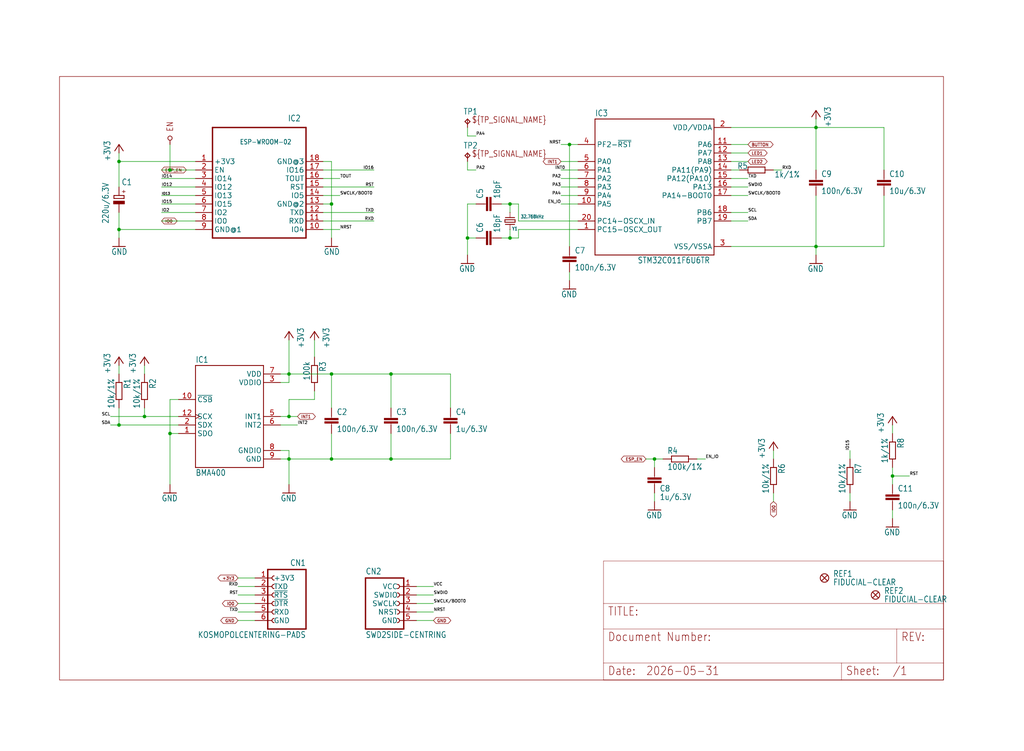
<source format=kicad_sch>
(kicad_sch (version 20250114) (generator "eeschema") (generator_version "9.0")
  (paper "User" 305.994 224.409)
  (lib_symbols
    (symbol "PCB-wPAWS-0.1-eagle-import:+3V3" (power)
      (symbol "+3V3_1_0"
        (polyline (pts (xy 0 0) (xy -1.27 -1.905)) (stroke (width 0.254)))
        (polyline (pts (xy 1.27 -1.905) (xy 0 0)) (stroke (width 0.254)))
        (pin power_in line (at 0 -2.54 90) (length 2.54) (name "+3V3") (number "1"))
      )
    )
    (symbol "PCB-wPAWS-0.1-eagle-import:BMA400"
      (property "Reference" "IC" (at -10.16 16.002 0))
      (symbol "BMA400_1_0"
        (polyline (pts (xy -10.16 15.24) (xy 10.16 15.24)) (stroke (width 0.254)))
        (polyline (pts (xy -10.16 -15.24) (xy -10.16 15.24)) (stroke (width 0.254)))
        (polyline (pts (xy 10.16 15.24) (xy 10.16 -15.24)) (stroke (width 0.254)))
        (polyline (pts (xy 10.16 -15.24) (xy -10.16 -15.24)) (stroke (width 0.254)))
        (pin input line (at -15.24 5.08 0) (length 5.08) (name "~{CSB}") (number "10"))
        (pin input clock (at -15.24 0 0) (length 5.08) (name "SCX") (number "12"))
        (pin bidirectional line (at -15.24 -2.54 0) (length 5.08) (name "SDX") (number "2"))
        (pin bidirectional line (at -15.24 -5.08 0) (length 5.08) (name "SDO") (number "1"))
        (pin power_in line (at 15.24 12.7 180) (length 5.08) (name "VDD") (number "7"))
        (pin power_in line (at 15.24 10.16 180) (length 5.08) (name "VDDIO") (number "3"))
        (pin bidirectional line (at 15.24 0 180) (length 5.08) (name "INT1") (number "5"))
        (pin bidirectional line (at 15.24 -2.54 180) (length 5.08) (name "INT2") (number "6"))
        (pin power_in line (at 15.24 -10.16 180) (length 5.08) (name "GNDIO") (number "8"))
        (pin power_in line (at 15.24 -12.7 180) (length 5.08) (name "GND") (number "9"))
      )
    )
    (symbol "PCB-wPAWS-0.1-eagle-import:C0402"
      (property "Reference" "C" (at 1.524 0.381 0))
      (symbol "C0402_1_0"
        (rectangle (start -2.032 -1.016) (end 2.032 -0.508) (fill (type outline)))
        (rectangle (start -2.032 -2.032) (end 2.032 -1.524) (fill (type outline)))
        (polyline (pts (xy 0 0) (xy 0 -0.508)) (stroke (width 0.1524)))
        (polyline (pts (xy 0 -2.54) (xy 0 -2.032)) (stroke (width 0.1524)))
        (pin passive line (at 0 2.54 270) (length 2.54) (name "1") (number "1"))
        (pin passive line (at 0 -5.08 90) (length 2.54) (name "2") (number "2"))
      )
    )
    (symbol "PCB-wPAWS-0.1-eagle-import:CPOL-EUSMCC"
      (property "Reference" "C" (at 1.143 0.4826 0))
      (symbol "CPOL-EUSMCC_1_0"
        (rectangle (start -1.651 -2.54) (end 1.651 -1.651) (fill (type outline)))
        (polyline (pts (xy -1.524 0) (xy -1.524 -0.889)) (stroke (width 0.254)))
        (polyline (pts (xy -1.524 0) (xy 1.524 0)) (stroke (width 0.254)))
        (polyline (pts (xy -1.524 -0.889) (xy 1.524 -0.889)) (stroke (width 0.254)))
        (polyline (pts (xy 1.524 -0.889) (xy 1.524 0)) (stroke (width 0.254)))
        (text "+" (at -0.5842 0.4064 900) (effects (font (size 1.27 1.0795)) (justify left bottom)))
        (pin passive line (at 0 2.54 270) (length 2.54) (name "+") (number "+"))
        (pin passive line (at 0 -5.08 90) (length 2.54) (name "-") (number "-"))
      )
    )
    (symbol "PCB-wPAWS-0.1-eagle-import:DINA4_L"
      (symbol "DINA4_L_1_0"
        (polyline (pts (xy 0 180.34) (xy 264.16 180.34) (xy 264.16 0) (xy 0 0) (xy 0 180.34)))
      )
      (symbol "DINA4_L_2_0"
        (polyline (pts (xy 0 22.86) (xy 0 35.56)) (stroke (width 0.1016)))
        (polyline (pts (xy 0 22.86) (xy 101.6 22.86)) (stroke (width 0.1016)))
        (polyline (pts (xy 0 15.24) (xy 0 22.86)) (stroke (width 0.1016)))
        (polyline (pts (xy 0 5.08) (xy 0 15.24)) (stroke (width 0.1016)))
        (polyline (pts (xy 0 5.08) (xy 71.12 5.08)) (stroke (width 0.1016)))
        (polyline (pts (xy 0 0) (xy 0 5.08)) (stroke (width 0.1016)))
        (polyline (pts (xy 0 0) (xy 71.12 0)) (stroke (width 0.1016)))
        (polyline (pts (xy 71.12 5.08) (xy 71.12 0)) (stroke (width 0.1016)))
        (polyline (pts (xy 71.12 5.08) (xy 87.63 5.08)) (stroke (width 0.1016)))
        (polyline (pts (xy 71.12 0) (xy 101.6 0)) (stroke (width 0.1016)))
        (polyline (pts (xy 87.63 15.24) (xy 0 15.24)) (stroke (width 0.1016)))
        (polyline (pts (xy 87.63 15.24) (xy 87.63 5.08)) (stroke (width 0.1016)))
        (polyline (pts (xy 87.63 5.08) (xy 101.6 5.08)) (stroke (width 0.1016)))
        (polyline (pts (xy 101.6 35.56) (xy 0 35.56)) (stroke (width 0.1016)))
        (polyline (pts (xy 101.6 35.56) (xy 101.6 22.86)) (stroke (width 0.1016)))
        (polyline (pts (xy 101.6 22.86) (xy 101.6 15.24)) (stroke (width 0.1016)))
        (polyline (pts (xy 101.6 15.24) (xy 87.63 15.24)) (stroke (width 0.1016)))
        (polyline (pts (xy 101.6 15.24) (xy 101.6 5.08)) (stroke (width 0.1016)))
        (polyline (pts (xy 101.6 5.08) (xy 101.6 0)) (stroke (width 0.1016)))
        (text "TITLE:" (at 1.27 19.05 0) (effects (font (size 2.54 2.159)) (justify left bottom)))
        (text "Document Number:" (at 1.27 11.43 0) (effects (font (size 2.54 2.159)) (justify left bottom)))
        (text "Date:" (at 1.27 1.27 0) (effects (font (size 2.54 2.159)) (justify left bottom)))
        (text "${CURRENT_DATE}" (at 12.7 1.27 0) (effects (font (size 2.54 2.159)) (justify left bottom)))
        (text "${PROJECTNAME}" (at 17.78 19.05 0) (effects (font (size 2.54 2.159)) (justify left bottom)))
        (text "Sheet:" (at 72.39 1.27 0) (effects (font (size 2.54 2.159)) (justify left bottom)))
        (text "${#}/${##}" (at 86.36 1.27 0) (effects (font (size 2.54 2.159)) (justify left bottom)))
        (text "REV:" (at 88.9 11.43 0) (effects (font (size 2.54 2.159)) (justify left bottom)))
      )
    )
    (symbol "PCB-wPAWS-0.1-eagle-import:ESP-WROOM-02D-32MBIT"
      (property "Reference" "IC" (at -11.176 22.098 0))
      (symbol "ESP-WROOM-02D-32MBIT_1_0"
        (polyline (pts (xy -12.7 20.32) (xy -12.7 -12.7)) (stroke (width 0.4064)))
        (polyline (pts (xy -12.7 -12.7) (xy 15.24 -12.7)) (stroke (width 0.4064)))
        (polyline (pts (xy 15.24 20.32) (xy -12.7 20.32)) (stroke (width 0.4064)))
        (polyline (pts (xy 15.24 -12.7) (xy 15.24 20.32)) (stroke (width 0.4064)))
        (pin power_in line (at -17.78 10.16 0) (length 5.08) (name "GND@3") (number "18"))
        (pin bidirectional line (at -17.78 7.62 0) (length 5.08) (name "IO16") (number "17"))
        (pin bidirectional line (at -17.78 5.08 0) (length 5.08) (name "TOUT") (number "16"))
        (pin bidirectional line (at -17.78 2.54 0) (length 5.08) (name "RST") (number "15"))
        (pin bidirectional line (at -17.78 0 0) (length 5.08) (name "IO5") (number "14"))
        (pin power_in line (at -17.78 -2.54 0) (length 5.08) (name "GND@2") (number "13"))
        (pin bidirectional line (at -17.78 -5.08 0) (length 5.08) (name "TXD") (number "12"))
        (pin bidirectional line (at -17.78 -7.62 0) (length 5.08) (name "RXD") (number "11"))
        (pin bidirectional line (at -17.78 -10.16 0) (length 5.08) (name "IO4") (number "10"))
        (pin power_in line (at 20.32 10.16 180) (length 5.08) (name "+3V3") (number "1"))
        (pin bidirectional line (at 20.32 7.62 180) (length 5.08) (name "EN") (number "2"))
        (pin bidirectional line (at 20.32 5.08 180) (length 5.08) (name "IO14") (number "3"))
        (pin bidirectional line (at 20.32 2.54 180) (length 5.08) (name "IO12") (number "4"))
        (pin bidirectional line (at 20.32 0 180) (length 5.08) (name "IO13") (number "5"))
        (pin bidirectional line (at 20.32 -2.54 180) (length 5.08) (name "IO15") (number "6"))
        (pin bidirectional line (at 20.32 -5.08 180) (length 5.08) (name "IO2") (number "7"))
        (pin bidirectional line (at 20.32 -7.62 180) (length 5.08) (name "IO0") (number "8"))
        (pin power_in line (at 20.32 -10.16 180) (length 5.08) (name "GND@1") (number "9"))
      )
    )
    (symbol "PCB-wPAWS-0.1-eagle-import:FIDUCIAL-CLEAR"
      (property "Reference" "REF" (at 2.54 1.27 0))
      (symbol "FIDUCIAL-CLEAR_1_0"
        (polyline (pts (xy -0.762 0.762) (xy 0.762 -0.762)) (stroke (width 0.254)))
        (circle (center 0 0) (radius 1.27) (stroke (width 0.254)))
        (polyline (pts (xy 0.762 0.762) (xy -0.762 -0.762)) (stroke (width 0.254)))
      )
    )
    (symbol "PCB-wPAWS-0.1-eagle-import:GND" (power)
      (symbol "GND_1_0"
        (polyline (pts (xy -1.905 0) (xy 1.905 0)) (stroke (width 0.254)))
        (pin power_in line (at 0 2.54 270) (length 2.54) (name "GND") (number "1"))
      )
    )
    (symbol "PCB-wPAWS-0.1-eagle-import:KOSMOPOLCENTERING-PADS"
      (property "Reference" "CN" (at -5.08 11.176 0))
      (symbol "KOSMOPOLCENTERING-PADS_1_0"
        (polyline (pts (xy -5.08 -7.62) (xy -5.08 10.16)) (stroke (width 0.4064)))
        (polyline (pts (xy -5.08 -7.62) (xy 6.35 -7.62)) (stroke (width 0.4064)))
        (arc (start 4.445 8.255) (mid 5.08 7.62) (end 4.445 6.985) (stroke (width 0.254)))
        (arc (start 4.445 5.715) (mid 5.08 5.08) (end 4.445 4.445) (stroke (width 0.254)))
        (arc (start 4.445 3.175) (mid 5.08 2.54) (end 4.445 1.905) (stroke (width 0.254)))
        (arc (start 4.445 0.635) (mid 5.08 0) (end 4.445 -0.635) (stroke (width 0.254)))
        (arc (start 4.445 -1.905) (mid 5.08 -2.54) (end 4.445 -3.175) (stroke (width 0.254)))
        (arc (start 4.445 -4.445) (mid 5.08 -5.08) (end 4.445 -5.715) (stroke (width 0.254)))
        (polyline (pts (xy 6.35 10.16) (xy -5.08 10.16)) (stroke (width 0.4064)))
        (polyline (pts (xy 6.35 10.16) (xy 6.35 -7.62)) (stroke (width 0.4064)))
        (pin power_in line (at 10.16 7.62 180) (length 5.08) (name "+3V3") (number "1"))
        (pin output line (at 10.16 5.08 180) (length 5.08) (name "TXD") (number "2"))
        (pin output line (at 10.16 2.54 180) (length 5.08) (name "~{RTS}") (number "3"))
        (pin output line (at 10.16 0 180) (length 5.08) (name "~{DTR}") (number "4"))
        (pin input line (at 10.16 -2.54 180) (length 5.08) (name "RXD") (number "5"))
        (pin power_in line (at 10.16 -5.08 180) (length 5.08) (name "GND") (number "6"))
      )
    )
    (symbol "PCB-wPAWS-0.1-eagle-import:PINHD-1X1"
      (symbol "PINHD-1X1_1_0"
        (text "${TP_SIGNAL_NAME}" (at 1.27 0 0) (effects (font (size 1.778 1.5113)) (justify left)))
        (pin passive inverted (at -2.54 0 0) (length 2.54) (name "1") (number "1"))
      )
    )
    (symbol "PCB-wPAWS-0.1-eagle-import:STM32C011F6U6TR"
      (property "Reference" "IC" (at -17.78 21.082 0))
      (symbol "STM32C011F6U6TR_1_0"
        (polyline (pts (xy -17.78 20.32) (xy -17.78 -20.32)) (stroke (width 0.254)))
        (polyline (pts (xy -17.78 -20.32) (xy 17.78 -20.32)) (stroke (width 0.254)))
        (polyline (pts (xy 17.78 20.32) (xy -17.78 20.32)) (stroke (width 0.254)))
        (polyline (pts (xy 17.78 -20.32) (xy 17.78 20.32)) (stroke (width 0.254)))
        (pin bidirectional line (at -22.86 12.7 0) (length 5.08) (name "PF2-~{RST}") (number "4"))
        (pin bidirectional line (at -22.86 7.62 0) (length 5.08) (name "PA0") (number "5"))
        (pin bidirectional line (at -22.86 5.08 0) (length 5.08) (name "PA1") (number "6"))
        (pin bidirectional line (at -22.86 2.54 0) (length 5.08) (name "PA2") (number "7"))
        (pin bidirectional line (at -22.86 0 0) (length 5.08) (name "PA3") (number "8"))
        (pin bidirectional line (at -22.86 -2.54 0) (length 5.08) (name "PA4") (number "9"))
        (pin bidirectional line (at -22.86 -5.08 0) (length 5.08) (name "PA5") (number "10"))
        (pin bidirectional line (at -22.86 -10.16 0) (length 5.08) (name "PC14-OSCX_IN") (number "20"))
        (pin bidirectional line (at -22.86 -12.7 0) (length 5.08) (name "PC15-OSCX_OUT") (number "1"))
        (pin power_in line (at 22.86 17.78 180) (length 5.08) (name "VDD/VDDA") (number "2"))
        (pin bidirectional line (at 22.86 12.7 180) (length 5.08) (name "PA6") (number "11"))
        (pin bidirectional line (at 22.86 10.16 180) (length 5.08) (name "PA7") (number "12"))
        (pin bidirectional line (at 22.86 7.62 180) (length 5.08) (name "PA8") (number "13"))
        (pin bidirectional line (at 22.86 5.08 180) (length 5.08) (name "PA11(PA9)") (number "14"))
        (pin bidirectional line (at 22.86 2.54 180) (length 5.08) (name "PA12(PA10)") (number "15"))
        (pin bidirectional line (at 22.86 0 180) (length 5.08) (name "PA13") (number "16"))
        (pin bidirectional line (at 22.86 -2.54 180) (length 5.08) (name "PA14-BOOT0") (number "17"))
        (pin bidirectional line (at 22.86 -7.62 180) (length 5.08) (name "PB6") (number "18"))
        (pin bidirectional line (at 22.86 -10.16 180) (length 5.08) (name "PB7") (number "19"))
        (pin power_in line (at 22.86 -17.78 180) (length 5.08) (name "VSS/VSSA") (number "3"))
      )
    )
    (symbol "PCB-wPAWS-0.1-eagle-import:SWD2SIDE-CENTRING"
      (property "Reference" "CN" (at -5.08 8.636 0))
      (symbol "SWD2SIDE-CENTRING_1_0"
        (polyline (pts (xy -5.08 -7.62) (xy -5.08 7.62)) (stroke (width 0.4064)))
        (polyline (pts (xy -5.08 -7.62) (xy 6.35 -7.62)) (stroke (width 0.4064)))
        (arc (start 4.445 5.715) (mid 5.08 5.08) (end 4.445 4.445) (stroke (width 0.254)))
        (arc (start 4.445 3.175) (mid 5.08 2.54) (end 4.445 1.905) (stroke (width 0.254)))
        (arc (start 4.445 0.635) (mid 5.08 0) (end 4.445 -0.635) (stroke (width 0.254)))
        (arc (start 4.445 -1.905) (mid 5.08 -2.54) (end 4.445 -3.175) (stroke (width 0.254)))
        (arc (start 4.445 -4.445) (mid 5.08 -5.08) (end 4.445 -5.715) (stroke (width 0.254)))
        (polyline (pts (xy 6.35 7.62) (xy -5.08 7.62)) (stroke (width 0.4064)))
        (polyline (pts (xy 6.35 7.62) (xy 6.35 -7.62)) (stroke (width 0.4064)))
        (pin power_in line (at 10.16 5.08 180) (length 5.08) (name "VCC") (number "1"))
        (pin output line (at 10.16 2.54 180) (length 5.08) (name "SWDIO") (number "2"))
        (pin output line (at 10.16 0 180) (length 5.08) (name "SWCLK") (number "3"))
        (pin output line (at 10.16 -2.54 180) (length 5.08) (name "NRST") (number "4"))
        (pin power_in line (at 10.16 -5.08 180) (length 5.08) (name "GND") (number "5"))
      )
    )
    (symbol "PCB-wPAWS-0.1-eagle-import:TPB1,27"
      (property "Reference" "TP" (at -1.27 1.27 0))
      (symbol "TPB1,27_1_0"
        (polyline (pts (xy -0.762 -0.762) (xy 0 0)) (stroke (width 0.254)))
        (polyline (pts (xy 0 0) (xy 0.762 -0.762)) (stroke (width 0.254)))
        (polyline (pts (xy 0 -1.524) (xy -0.762 -0.762)) (stroke (width 0.254)))
        (polyline (pts (xy 0.762 -0.762) (xy 0 -1.524)) (stroke (width 0.254)))
        (text "${TP_SIGNAL_NAME}" (at 1.27 -1.27 0) (effects (font (size 1.778 1.5113)) (justify left bottom)))
        (pin input line (at 0 -2.54 90) (length 2.54) (name "TP") (number "TP"))
      )
    )
    (symbol "PCB-wPAWS-0.1-eagle-import:WE-XTAL_CFPX-217"
      (property "Reference" "Y" (at -0.16 2.516 0))
      (symbol "WE-XTAL_CFPX-217_1_0"
        (polyline (pts (xy -2.54 0) (xy -1.016 0)) (stroke (width 0.1524)))
        (polyline (pts (xy -1.016 1.378) (xy -1.016 -1.378)) (stroke (width 0.254)))
        (polyline (pts (xy -0.381 1.524) (xy -0.381 -1.524)) (stroke (width 0.254)))
        (polyline (pts (xy -0.381 -1.524) (xy 0.381 -1.524)) (stroke (width 0.254)))
        (polyline (pts (xy 0.381 1.524) (xy -0.381 1.524)) (stroke (width 0.254)))
        (polyline (pts (xy 0.381 -1.524) (xy 0.381 1.524)) (stroke (width 0.254)))
        (polyline (pts (xy 1.016 1.378) (xy 1.016 -1.378)) (stroke (width 0.254)))
        (polyline (pts (xy 1.016 0) (xy 2.54 0)) (stroke (width 0.1524)))
        (pin passive line (at -2.54 0 0) (length 0) (name "1") (number "1"))
        (pin passive line (at 2.54 0 180) (length 0) (name "2") (number "2"))
      )
    )
    (symbol "PCB-wPAWS-0.1-eagle-import:blebox-rcl_33525614_R0402"
      (property "Reference" "R" (at -3.81 1.4986 0))
      (symbol "blebox-rcl_33525614_R0402_1_0"
        (polyline (pts (xy -2.54 -0.889) (xy -2.54 0.889)) (stroke (width 0.254)))
        (polyline (pts (xy -2.54 -0.889) (xy 2.54 -0.889)) (stroke (width 0.254)))
        (polyline (pts (xy 2.54 0.889) (xy -2.54 0.889)) (stroke (width 0.254)))
        (polyline (pts (xy 2.54 -0.889) (xy 2.54 0.889)) (stroke (width 0.254)))
        (pin passive line (at -5.08 0 0) (length 2.54) (name "1") (number "1"))
        (pin passive line (at 5.08 0 180) (length 2.54) (name "2") (number "2"))
      )
    )
  )
  (text "${PROJECTNAME}" (at 185.42 172.72 0) (effects (font (size 3.81 3.2385)) (justify left top)))
  (junction (at 99.06 137.16))
  (junction (at 43.18 124.46))
  (junction (at 116.84 137.16))
  (junction (at 170.18 43.18))
  (junction (at 86.36 111.76))
  (junction (at 35.56 127))
  (junction (at 139.7 71.12))
  (junction (at 99.06 111.76))
  (junction (at 50.8 50.8))
  (junction (at 152.4 71.12))
  (junction (at 243.84 38.1))
  (junction (at 86.36 124.46))
  (junction (at 99.06 60.96))
  (junction (at 243.84 73.66))
  (junction (at 116.84 111.76))
  (junction (at 195.58 137.16))
  (junction (at 152.4 60.96))
  (junction (at 35.56 48.26))
  (junction (at 86.36 137.16))
  (junction (at 50.8 129.54))
  (junction (at 35.56 68.58))
  (junction (at 266.7 142.24))
  (wire (pts (xy 83.82 111.76) (xy 86.36 111.76)) (stroke (width 0.1524)))
  (wire (pts (xy 116.84 111.76) (xy 134.62 111.76)) (stroke (width 0.1524)))
  (wire (pts (xy 233.68 50.8) (xy 231.14 50.8)) (stroke (width 0.1524)))
  (wire (pts (xy 124.46 182.88) (xy 129.54 182.88)) (stroke (width 0.1524)))
  (wire (pts (xy 58.42 66.04) (xy 48.26 66.04)) (stroke (width 0.1524)))
  (wire (pts (xy 208.28 137.16) (xy 210.82 137.16)) (stroke (width 0.1524)))
  (wire (pts (xy 58.42 55.88) (xy 48.26 55.88)) (stroke (width 0.1524)))
  (wire (pts (xy 172.72 53.34) (xy 167.64 53.34)) (stroke (width 0.1524)))
  (wire (pts (xy 218.44 63.5) (xy 223.52 63.5)) (stroke (width 0.1524)))
  (wire (pts (xy 96.52 63.5) (xy 111.76 63.5)) (stroke (width 0.1524)))
  (wire (pts (xy 83.82 137.16) (xy 86.36 137.16)) (stroke (width 0.1524)))
  (wire (pts (xy 218.44 66.04) (xy 223.52 66.04)) (stroke (width 0.1524)))
  (wire (pts (xy 93.98 119.38) (xy 93.98 116.84)) (stroke (width 0.1524)))
  (wire (pts (xy 170.18 43.18) (xy 167.64 43.18)) (stroke (width 0.1524)))
  (wire (pts (xy 116.84 129.54) (xy 116.84 137.16)) (stroke (width 0.1524)))
  (wire (pts (xy 134.62 137.16) (xy 116.84 137.16)) (stroke (width 0.1524)))
  (wire (pts (xy 93.98 106.68) (xy 93.98 101.6)) (stroke (width 0.1524)))
  (wire (pts (xy 218.44 53.34) (xy 223.52 53.34)) (stroke (width 0.1524)))
  (wire (pts (xy 116.84 137.16) (xy 99.06 137.16)) (stroke (width 0.1524)))
  (wire (pts (xy 139.7 48.26) (xy 139.7 50.8)) (stroke (width 0.1524)))
  (wire (pts (xy 58.42 63.5) (xy 48.26 63.5)) (stroke (width 0.1524)))
  (wire (pts (xy 86.36 119.38) (xy 93.98 119.38)) (stroke (width 0.1524)))
  (wire (pts (xy 99.06 48.26) (xy 99.06 60.96)) (stroke (width 0.1524)))
  (wire (pts (xy 35.56 109.22) (xy 35.56 111.76)) (stroke (width 0.1524)))
  (wire (pts (xy 154.94 66.04) (xy 154.94 60.96)) (stroke (width 0.1524)))
  (wire (pts (xy 86.36 124.46) (xy 88.9 124.46)) (stroke (width 0.1524)))
  (wire (pts (xy 99.06 60.96) (xy 99.06 71.12)) (stroke (width 0.1524)))
  (wire (pts (xy 35.56 68.58) (xy 58.42 68.58)) (stroke (width 0.1524)))
  (wire (pts (xy 231.14 134.62) (xy 231.14 137.16)) (stroke (width 0.1524)))
  (wire (pts (xy 71.12 177.8) (xy 76.2 177.8)) (stroke (width 0.1524)))
  (wire (pts (xy 266.7 139.7) (xy 266.7 142.24)) (stroke (width 0.1524)))
  (wire (pts (xy 86.36 137.16) (xy 86.36 144.78)) (stroke (width 0.1524)))
  (wire (pts (xy 35.56 55.88) (xy 35.56 48.26)) (stroke (width 0.1524)))
  (wire (pts (xy 116.84 121.92) (xy 116.84 111.76)) (stroke (width 0.1524)))
  (wire (pts (xy 152.4 68.58) (xy 152.4 71.12)) (stroke (width 0.1524)))
  (wire (pts (xy 172.72 58.42) (xy 167.64 58.42)) (stroke (width 0.1524)))
  (wire (pts (xy 142.24 40.64) (xy 139.7 40.64)) (stroke (width 0.1524)))
  (wire (pts (xy 58.42 48.26) (xy 35.56 48.26)) (stroke (width 0.1524)))
  (wire (pts (xy 71.12 172.72) (xy 76.2 172.72)) (stroke (width 0.1524)))
  (wire (pts (xy 124.46 175.26) (xy 129.54 175.26)) (stroke (width 0.1524)))
  (wire (pts (xy 243.84 73.66) (xy 243.84 76.2)) (stroke (width 0.1524)))
  (wire (pts (xy 83.82 134.62) (xy 86.36 134.62)) (stroke (width 0.1524)))
  (wire (pts (xy 96.52 55.88) (xy 111.76 55.88)) (stroke (width 0.1524)))
  (wire (pts (xy 86.36 124.46) (xy 86.36 119.38)) (stroke (width 0.1524)))
  (wire (pts (xy 35.56 68.58) (xy 35.56 63.5)) (stroke (width 0.1524)))
  (wire (pts (xy 83.82 114.3) (xy 86.36 114.3)) (stroke (width 0.1524)))
  (wire (pts (xy 266.7 154.94) (xy 266.7 152.4)) (stroke (width 0.1524)))
  (wire (pts (xy 124.46 185.42) (xy 129.54 185.42)) (stroke (width 0.1524)))
  (wire (pts (xy 43.18 109.22) (xy 43.18 111.76)) (stroke (width 0.1524)))
  (wire (pts (xy 71.12 185.42) (xy 76.2 185.42)) (stroke (width 0.1524)))
  (wire (pts (xy 243.84 38.1) (xy 243.84 50.8)) (stroke (width 0.1524)))
  (wire (pts (xy 50.8 50.8) (xy 48.26 50.8)) (stroke (width 0.1524)))
  (wire (pts (xy 35.56 121.92) (xy 35.56 127)) (stroke (width 0.1524)))
  (wire (pts (xy 152.4 71.12) (xy 154.94 71.12)) (stroke (width 0.1524)))
  (wire (pts (xy 266.7 142.24) (xy 266.7 144.78)) (stroke (width 0.1524)))
  (wire (pts (xy 96.52 66.04) (xy 111.76 66.04)) (stroke (width 0.1524)))
  (wire (pts (xy 53.34 119.38) (xy 50.8 119.38)) (stroke (width 0.1524)))
  (wire (pts (xy 83.82 124.46) (xy 86.36 124.46)) (stroke (width 0.1524)))
  (wire (pts (xy 172.72 48.26) (xy 167.64 48.26)) (stroke (width 0.1524)))
  (wire (pts (xy 243.84 73.66) (xy 264.16 73.66)) (stroke (width 0.1524)))
  (wire (pts (xy 86.36 137.16) (xy 86.36 134.62)) (stroke (width 0.1524)))
  (wire (pts (xy 53.34 124.46) (xy 43.18 124.46)) (stroke (width 0.1524)))
  (wire (pts (xy 134.62 129.54) (xy 134.62 137.16)) (stroke (width 0.1524)))
  (wire (pts (xy 172.72 50.8) (xy 167.64 50.8)) (stroke (width 0.1524)))
  (wire (pts (xy 172.72 43.18) (xy 170.18 43.18)) (stroke (width 0.1524)))
  (wire (pts (xy 243.84 38.1) (xy 218.44 38.1)) (stroke (width 0.1524)))
  (wire (pts (xy 195.58 139.7) (xy 195.58 137.16)) (stroke (width 0.1524)))
  (wire (pts (xy 142.24 60.96) (xy 139.7 60.96)) (stroke (width 0.1524)))
  (wire (pts (xy 142.24 50.8) (xy 139.7 50.8)) (stroke (width 0.1524)))
  (wire (pts (xy 96.52 50.8) (xy 111.76 50.8)) (stroke (width 0.1524)))
  (wire (pts (xy 134.62 111.76) (xy 134.62 121.92)) (stroke (width 0.1524)))
  (wire (pts (xy 35.56 127) (xy 33.02 127)) (stroke (width 0.1524)))
  (wire (pts (xy 83.82 127) (xy 88.9 127)) (stroke (width 0.1524)))
  (wire (pts (xy 266.7 127) (xy 266.7 129.54)) (stroke (width 0.1524)))
  (wire (pts (xy 86.36 111.76) (xy 99.06 111.76)) (stroke (width 0.1524)))
  (wire (pts (xy 218.44 43.18) (xy 223.52 43.18)) (stroke (width 0.1524)))
  (wire (pts (xy 266.7 142.24) (xy 271.78 142.24)) (stroke (width 0.1524)))
  (wire (pts (xy 96.52 60.96) (xy 99.06 60.96)) (stroke (width 0.1524)))
  (wire (pts (xy 218.44 73.66) (xy 243.84 73.66)) (stroke (width 0.1524)))
  (wire (pts (xy 53.34 129.54) (xy 50.8 129.54)) (stroke (width 0.1524)))
  (wire (pts (xy 99.06 137.16) (xy 86.36 137.16)) (stroke (width 0.1524)))
  (wire (pts (xy 142.24 71.12) (xy 139.7 71.12)) (stroke (width 0.1524)))
  (wire (pts (xy 172.72 66.04) (xy 154.94 66.04)) (stroke (width 0.1524)))
  (wire (pts (xy 139.7 38.1) (xy 139.7 40.64)) (stroke (width 0.1524)))
  (wire (pts (xy 58.42 60.96) (xy 48.26 60.96)) (stroke (width 0.1524)))
  (wire (pts (xy 152.4 60.96) (xy 152.4 63.5)) (stroke (width 0.1524)))
  (wire (pts (xy 96.52 68.58) (xy 101.6 68.58)) (stroke (width 0.1524)))
  (wire (pts (xy 99.06 111.76) (xy 99.06 121.92)) (stroke (width 0.1524)))
  (wire (pts (xy 139.7 71.12) (xy 139.7 76.2)) (stroke (width 0.1524)))
  (wire (pts (xy 218.44 45.72) (xy 223.52 45.72)) (stroke (width 0.1524)))
  (wire (pts (xy 254 149.86) (xy 254 147.32)) (stroke (width 0.1524)))
  (wire (pts (xy 86.36 114.3) (xy 86.36 111.76)) (stroke (width 0.1524)))
  (wire (pts (xy 71.12 180.34) (xy 76.2 180.34)) (stroke (width 0.1524)))
  (wire (pts (xy 218.44 55.88) (xy 223.52 55.88)) (stroke (width 0.1524)))
  (wire (pts (xy 58.42 50.8) (xy 50.8 50.8)) (stroke (width 0.1524)))
  (wire (pts (xy 154.94 68.58) (xy 172.72 68.58)) (stroke (width 0.1524)))
  (wire (pts (xy 53.34 127) (xy 35.56 127)) (stroke (width 0.1524)))
  (wire (pts (xy 218.44 58.42) (xy 223.52 58.42)) (stroke (width 0.1524)))
  (wire (pts (xy 195.58 149.86) (xy 195.58 147.32)) (stroke (width 0.1524)))
  (wire (pts (xy 220.98 50.8) (xy 218.44 50.8)) (stroke (width 0.1524)))
  (wire (pts (xy 243.84 58.42) (xy 243.84 73.66)) (stroke (width 0.1524)))
  (wire (pts (xy 193.04 137.16) (xy 195.58 137.16)) (stroke (width 0.1524)))
  (wire (pts (xy 170.18 43.18) (xy 170.18 73.66)) (stroke (width 0.1524)))
  (wire (pts (xy 50.8 129.54) (xy 50.8 144.78)) (stroke (width 0.1524)))
  (wire (pts (xy 71.12 182.88) (xy 76.2 182.88)) (stroke (width 0.1524)))
  (wire (pts (xy 96.52 53.34) (xy 101.6 53.34)) (stroke (width 0.1524)))
  (wire (pts (xy 195.58 137.16) (xy 198.12 137.16)) (stroke (width 0.1524)))
  (wire (pts (xy 86.36 111.76) (xy 86.36 101.6)) (stroke (width 0.1524)))
  (wire (pts (xy 58.42 58.42) (xy 48.26 58.42)) (stroke (width 0.1524)))
  (wire (pts (xy 99.06 111.76) (xy 116.84 111.76)) (stroke (width 0.1524)))
  (wire (pts (xy 71.12 175.26) (xy 76.2 175.26)) (stroke (width 0.1524)))
  (wire (pts (xy 231.14 147.32) (xy 231.14 149.86)) (stroke (width 0.1524)))
  (wire (pts (xy 99.06 129.54) (xy 99.06 137.16)) (stroke (width 0.1524)))
  (wire (pts (xy 99.06 48.26) (xy 96.52 48.26)) (stroke (width 0.1524)))
  (wire (pts (xy 170.18 83.82) (xy 170.18 81.28)) (stroke (width 0.1524)))
  (wire (pts (xy 124.46 177.8) (xy 129.54 177.8)) (stroke (width 0.1524)))
  (wire (pts (xy 172.72 60.96) (xy 167.64 60.96)) (stroke (width 0.1524)))
  (wire (pts (xy 50.8 119.38) (xy 50.8 129.54)) (stroke (width 0.1524)))
  (wire (pts (xy 254 137.16) (xy 254 134.62)) (stroke (width 0.1524)))
  (wire (pts (xy 154.94 60.96) (xy 152.4 60.96)) (stroke (width 0.1524)))
  (wire (pts (xy 172.72 55.88) (xy 167.64 55.88)) (stroke (width 0.1524)))
  (wire (pts (xy 152.4 60.96) (xy 149.86 60.96)) (stroke (width 0.1524)))
  (wire (pts (xy 264.16 50.8) (xy 264.16 38.1)) (stroke (width 0.1524)))
  (wire (pts (xy 35.56 48.26) (xy 35.56 45.72)) (stroke (width 0.1524)))
  (wire (pts (xy 35.56 68.58) (xy 35.56 71.12)) (stroke (width 0.1524)))
  (wire (pts (xy 243.84 38.1) (xy 243.84 35.56)) (stroke (width 0.1524)))
  (wire (pts (xy 43.18 124.46) (xy 33.02 124.46)) (stroke (width 0.1524)))
  (wire (pts (xy 154.94 71.12) (xy 154.94 68.58)) (stroke (width 0.1524)))
  (wire (pts (xy 96.52 58.42) (xy 101.6 58.42)) (stroke (width 0.1524)))
  (wire (pts (xy 264.16 38.1) (xy 243.84 38.1)) (stroke (width 0.1524)))
  (wire (pts (xy 43.18 121.92) (xy 43.18 124.46)) (stroke (width 0.1524)))
  (wire (pts (xy 139.7 60.96) (xy 139.7 71.12)) (stroke (width 0.1524)))
  (wire (pts (xy 58.42 53.34) (xy 48.26 53.34)) (stroke (width 0.1524)))
  (wire (pts (xy 50.8 43.18) (xy 50.8 50.8)) (stroke (width 0.1524)))
  (wire (pts (xy 124.46 180.34) (xy 129.54 180.34)) (stroke (width 0.1524)))
  (wire (pts (xy 264.16 73.66) (xy 264.16 58.42)) (stroke (width 0.1524)))
  (wire (pts (xy 218.44 48.26) (xy 223.52 48.26)) (stroke (width 0.1524)))
  (wire (pts (xy 152.4 71.12) (xy 149.86 71.12)) (stroke (width 0.1524)))
  (label "SWCLK/BOOT0" (at 101.6 58.42 0) (effects (font (size 0.889 0.889))))
  (label "RXD" (at 71.12 175.26 180) (effects (font (size 0.889 0.889))))
  (label "SCL" (at 223.52 63.5 0) (effects (font (size 0.889 0.889))))
  (label "RXD" (at 233.68 50.8 0) (effects (font (size 0.889 0.889))))
  (label "TXD" (at 111.76 63.5 180) (effects (font (size 0.889 0.889))))
  (label "RST" (at 271.78 142.24 0) (effects (font (size 0.889 0.889))))
  (label "IO14" (at 48.26 53.34 0) (effects (font (size 0.889 0.889))))
  (label "PA3" (at 167.64 55.88 180) (effects (font (size 0.889 0.889))))
  (label "SDA" (at 33.02 127 180) (effects (font (size 0.889 0.889))))
  (label "SWDIO" (at 129.54 177.8 0) (effects (font (size 0.889 0.889))))
  (label "SWCLK/BOOT0" (at 223.52 58.42 0) (effects (font (size 0.889 0.889))))
  (label "INT2" (at 88.9 127 0) (effects (font (size 0.889 0.889))))
  (label "TXD" (at 223.52 53.34 0) (effects (font (size 0.889 0.889))))
  (label "IO12" (at 48.26 55.88 0) (effects (font (size 0.889 0.889))))
  (label "IO15" (at 254 134.62 90) (effects (font (size 0.889 0.889))))
  (label "PA4" (at 142.24 40.64 0) (effects (font (size 0.889 0.889))))
  (label "EN_IO" (at 210.82 137.16 0) (effects (font (size 0.889 0.889))))
  (label "RXD" (at 111.76 66.04 180) (effects (font (size 0.889 0.889))))
  (label "TOUT" (at 101.6 53.34 0) (effects (font (size 0.889 0.889))))
  (label "IO15" (at 48.26 60.96 0) (effects (font (size 0.889 0.889))))
  (label "PA2" (at 167.64 53.34 180) (effects (font (size 0.889 0.889))))
  (label "RST" (at 111.76 55.88 180) (effects (font (size 0.889 0.889))))
  (label "IO2" (at 48.26 63.5 0) (effects (font (size 0.889 0.889))))
  (label "SWCLK/BOOT0" (at 129.54 180.34 0) (effects (font (size 0.889 0.889))))
  (label "NRST" (at 101.6 68.58 0) (effects (font (size 0.889 0.889))))
  (label "RST" (at 71.12 177.8 180) (effects (font (size 0.889 0.889))))
  (label "NRST" (at 167.64 43.18 180) (effects (font (size 0.889 0.889))))
  (label "SWDIO" (at 223.52 55.88 0) (effects (font (size 0.889 0.889))))
  (label "SCL" (at 33.02 124.46 180) (effects (font (size 0.889 0.889))))
  (label "PA2" (at 142.24 50.8 0) (effects (font (size 0.889 0.889))))
  (label "NRST" (at 129.54 182.88 0) (effects (font (size 0.889 0.889))))
  (label "VCC" (at 129.54 175.26 0) (effects (font (size 0.889 0.889))))
  (label "PA4" (at 167.64 58.42 180) (effects (font (size 0.889 0.889))))
  (label "TXD" (at 71.12 182.88 180) (effects (font (size 0.889 0.889))))
  (label "EN_IO" (at 167.64 60.96 180) (effects (font (size 0.889 0.889))))
  (label "IO16" (at 111.76 50.8 180) (effects (font (size 0.889 0.889))))
  (label "SDA" (at 223.52 66.04 0) (effects (font (size 0.889 0.889))))
  (label "INT0" (at 168.91 50.8 180) (effects (font (size 0.889 0.889))))
  (label "IO13" (at 48.26 58.42 0) (effects (font (size 0.7112 0.7112))))
  (global_label "IO0" (shape bidirectional) (at 231.14 149.86 270) (effects (font (size 0.889 0.889))) (property "Intersheetrefs" "${INTERSHEET_REFS}" (effects (hide yes))))
  (global_label "ESP_EN" (shape bidirectional) (at 193.04 137.16 180) (effects (font (size 0.889 0.889))) (property "Intersheetrefs" "${INTERSHEET_REFS}" (effects (hide yes))))
  (global_label "ESP_EN" (shape bidirectional) (at 48.26 50.8 0) (effects (font (size 0.889 0.889))) (property "Intersheetrefs" "${INTERSHEET_REFS}" (effects (hide yes))))
  (global_label "INT1" (shape bidirectional) (at 167.64 48.26 180) (effects (font (size 0.889 0.889))) (property "Intersheetrefs" "${INTERSHEET_REFS}" (effects (hide yes))))
  (global_label "BUTTON" (shape bidirectional) (at 223.52 43.18 0) (effects (font (size 0.889 0.889))) (property "Intersheetrefs" "${INTERSHEET_REFS}" (effects (hide yes))))
  (global_label "GND" (shape bidirectional) (at 71.12 185.42 180) (effects (font (size 0.889 0.889))) (property "Intersheetrefs" "${INTERSHEET_REFS}" (effects (hide yes))))
  (global_label "+3V3" (shape bidirectional) (at 71.12 172.72 180) (effects (font (size 0.889 0.889))) (property "Intersheetrefs" "${INTERSHEET_REFS}" (effects (hide yes))))
  (global_label "LED2" (shape bidirectional) (at 223.52 48.26 0) (effects (font (size 0.889 0.889))) (property "Intersheetrefs" "${INTERSHEET_REFS}" (effects (hide yes))))
  (global_label "GND" (shape bidirectional) (at 129.54 185.42 0) (effects (font (size 0.889 0.889))) (property "Intersheetrefs" "${INTERSHEET_REFS}" (effects (hide yes))))
  (global_label "IO0" (shape bidirectional) (at 48.26 66.04 0) (effects (font (size 0.889 0.889))) (property "Intersheetrefs" "${INTERSHEET_REFS}" (effects (hide yes))))
  (global_label "LED1" (shape bidirectional) (at 223.52 45.72 0) (effects (font (size 0.889 0.889))) (property "Intersheetrefs" "${INTERSHEET_REFS}" (effects (hide yes))))
  (global_label "IO0" (shape bidirectional) (at 71.12 180.34 180) (effects (font (size 0.889 0.889))) (property "Intersheetrefs" "${INTERSHEET_REFS}" (effects (hide yes))))
  (global_label "INT1" (shape bidirectional) (at 88.9 124.46 0) (effects (font (size 0.889 0.889))) (property "Intersheetrefs" "${INTERSHEET_REFS}" (effects (hide yes))))
  (symbol (lib_id "PCB-wPAWS-0.1-eagle-import:C0402") (at 144.78 60.96 90) (unit 1)
    (property "Reference" "C5" (at 144.399 59.436 0) (effects (font (size 1.778 1.5113)) (justify left bottom)))
    (property "Value" "18pF" (at 149.479 59.436 0) (effects (font (size 1.778 1.5113)) (justify left bottom)))
    (property "Footprint" "PCB-wPAWS-0.1:C0402" (effects (hide yes)))
  )
  (symbol (lib_id "PCB-wPAWS-0.1-eagle-import:GND") (at 266.7 157.48 0) (unit 1)
    (property "Reference" "#GND10" (effects (hide yes)))
    (property "Value" "GND" (at 264.16 160.02 0) (effects (font (size 1.778 1.5113)) (justify left bottom)))
  )
  (symbol (lib_id "PCB-wPAWS-0.1-eagle-import:+3V3") (at 35.56 43.18 0) (unit 1)
    (property "Reference" "#+3V36" (effects (hide yes)))
    (property "Value" "+3V3" (at 33.02 48.26 90) (effects (font (size 1.778 1.5113)) (justify left bottom)))
  )
  (symbol (lib_id "PCB-wPAWS-0.1-eagle-import:blebox-rcl_33525614_R0402") (at 231.14 142.24 270) (unit 1)
    (property "Reference" "R6" (at 232.6386 138.43 0) (effects (font (size 1.778 1.5113)) (justify left bottom)))
    (property "Value" "10k/1%" (at 227.838 138.43 0) (effects (font (size 1.778 1.5113)) (justify left bottom)))
    (property "Footprint" "PCB-wPAWS-0.1:R0402" (effects (hide yes)))
  )
  (symbol (lib_id "PCB-wPAWS-0.1-eagle-import:GND") (at 50.8 147.32 0) (unit 1)
    (property "Reference" "#GND15" (effects (hide yes)))
    (property "Value" "GND" (at 48.26 149.86 0) (effects (font (size 1.778 1.5113)) (justify left bottom)))
  )
  (symbol (lib_id "PCB-wPAWS-0.1-eagle-import:KOSMOPOLCENTERING-PADS") (at 86.36 180.34 0) (mirror y) (unit 1)
    (property "Reference" "CN1" (at 91.44 169.164 0) (effects (font (size 1.778 1.5113)) (justify left bottom)))
    (property "Value" "KOSMOPOLCENTERING-PADS" (at 91.44 188.722 0) (effects (font (size 1.778 1.5113)) (justify left top)))
    (property "Footprint" "PCB-wPAWS-0.1:6P-2.54-CENTERING-HOLE-PAD" (effects (hide yes)))
    (property "LABEL" "ESP" (effects (hide yes)))
  )
  (symbol (lib_id "PCB-wPAWS-0.1-eagle-import:+3V3") (at 243.84 33.02 0) (mirror y) (unit 1)
    (property "Reference" "#+3V32" (effects (hide yes)))
    (property "Value" "+3V3" (at 246.38 38.1 90) (effects (font (size 1.778 1.5113)) (justify left bottom)))
  )
  (symbol (lib_id "PCB-wPAWS-0.1-eagle-import:DINA4_L") (at 180.34 203.2 0) (unit 2)
    (property "Reference" "#FRAME1" (effects (hide yes)))
    (property "Value" "DINA4_L" (effects (hide yes)))
  )
  (symbol (lib_id "PCB-wPAWS-0.1-eagle-import:blebox-rcl_33525614_R0402") (at 93.98 111.76 270) (unit 1)
    (property "Reference" "R3" (at 95.4786 107.95 0) (effects (font (size 1.778 1.5113)) (justify left bottom)))
    (property "Value" "100k" (at 90.678 107.95 0) (effects (font (size 1.778 1.5113)) (justify left bottom)))
    (property "Footprint" "PCB-wPAWS-0.1:R0402" (effects (hide yes)))
  )
  (symbol (lib_id "PCB-wPAWS-0.1-eagle-import:blebox-rcl_33525614_R0402") (at 266.7 134.62 270) (unit 1)
    (property "Reference" "R8" (at 268.1986 130.81 0) (effects (font (size 1.778 1.5113)) (justify left bottom)))
    (property "Value" "1k/1%" (at 263.398 130.81 0) (effects (font (size 1.778 1.5113)) (justify left bottom)))
    (property "Footprint" "PCB-wPAWS-0.1:R0402" (effects (hide yes)))
  )
  (symbol (lib_id "PCB-wPAWS-0.1-eagle-import:BMA400") (at 68.58 124.46 0) (unit 1)
    (property "Reference" "IC1" (at 58.42 108.458 0) (effects (font (size 1.778 1.5113)) (justify left bottom)))
    (property "Value" "BMA400" (at 58.42 142.24 0) (effects (font (size 1.778 1.5113)) (justify left bottom)))
    (property "Footprint" "PCB-wPAWS-0.1:XDCR_BMA400" (effects (hide yes)))
  )
  (symbol (lib_id "PCB-wPAWS-0.1-eagle-import:CPOL-EUSMCC") (at 35.56 58.42 0) (mirror y) (unit 1)
    (property "Reference" "C1" (at 39.497 55.3974 0) (effects (font (size 1.778 1.5113)) (justify left bottom)))
    (property "Value" "220u/6.3V" (at 32.5374 54.483 90) (effects (font (size 1.778 1.5113)) (justify right top)))
    (property "Footprint" "PCB-wPAWS-0.1:SMC_C" (effects (hide yes)))
  )
  (symbol (lib_id "PCB-wPAWS-0.1-eagle-import:GND") (at 99.06 73.66 0) (mirror y) (unit 1)
    (property "Reference" "#GND5" (effects (hide yes)))
    (property "Value" "GND" (at 101.6 76.2 0) (effects (font (size 1.778 1.5113)) (justify left bottom)))
  )
  (symbol (lib_id "PCB-wPAWS-0.1-eagle-import:GND") (at 243.84 78.74 0) (unit 1)
    (property "Reference" "#GND2" (effects (hide yes)))
    (property "Value" "GND" (at 241.3 81.28 0) (effects (font (size 1.778 1.5113)) (justify left bottom)))
  )
  (symbol (lib_id "PCB-wPAWS-0.1-eagle-import:SWD2SIDE-CENTRING") (at 114.3 180.34 0) (unit 1)
    (property "Reference" "CN2" (at 109.22 171.704 0) (effects (font (size 1.778 1.5113)) (justify left bottom)))
    (property "Value" "SWD2SIDE-CENTRING" (at 109.22 188.722 0) (effects (font (size 1.778 1.5113)) (justify left top)))
    (property "Footprint" "PCB-wPAWS-0.1:FE05W-SWD-CP" (effects (hide yes)))
  )
  (symbol (lib_id "PCB-wPAWS-0.1-eagle-import:C0402") (at 195.58 142.24 0) (unit 1)
    (property "Reference" "C8" (at 197.104 146.939 0) (effects (font (size 1.778 1.5113)) (justify left bottom)))
    (property "Value" "1u/6.3V" (at 197.104 149.479 0) (effects (font (size 1.778 1.5113)) (justify left bottom)))
    (property "Footprint" "PCB-wPAWS-0.1:C0402" (effects (hide yes)))
  )
  (symbol (lib_id "PCB-wPAWS-0.1-eagle-import:+3V3") (at 93.98 99.06 0) (mirror y) (unit 1)
    (property "Reference" "#+3V5" (effects (hide yes)))
    (property "Value" "+3V3" (at 96.52 104.14 90) (effects (font (size 1.778 1.5113)) (justify left bottom)))
  )
  (symbol (lib_id "PCB-wPAWS-0.1-eagle-import:GND") (at 86.36 147.32 0) (unit 1)
    (property "Reference" "#GND1" (effects (hide yes)))
    (property "Value" "GND" (at 83.82 149.86 0) (effects (font (size 1.778 1.5113)) (justify left bottom)))
  )
  (symbol (lib_id "PCB-wPAWS-0.1-eagle-import:+3V3") (at 266.7 124.46 0) (unit 1)
    (property "Reference" "#+3V39" (effects (hide yes)))
    (property "Value" "+3V3" (at 264.16 129.54 90) (effects (font (size 1.778 1.5113)) (justify left bottom)))
  )
  (symbol (lib_id "PCB-wPAWS-0.1-eagle-import:C0402") (at 134.62 124.46 0) (unit 1)
    (property "Reference" "C4" (at 136.144 124.079 0) (effects (font (size 1.778 1.5113)) (justify left bottom)))
    (property "Value" "1u/6.3V" (at 136.144 129.159 0) (effects (font (size 1.778 1.5113)) (justify left bottom)))
    (property "Footprint" "PCB-wPAWS-0.1:C0402" (effects (hide yes)))
  )
  (symbol (lib_id "PCB-wPAWS-0.1-eagle-import:GND") (at 139.7 78.74 0) (unit 1)
    (property "Reference" "#GND13" (effects (hide yes)))
    (property "Value" "GND" (at 137.16 81.28 0) (effects (font (size 1.778 1.5113)) (justify left bottom)))
  )
  (symbol (lib_id "PCB-wPAWS-0.1-eagle-import:C0402") (at 264.16 53.34 0) (unit 1)
    (property "Reference" "C10" (at 265.684 52.959 0) (effects (font (size 1.778 1.5113)) (justify left bottom)))
    (property "Value" "10u/6.3V" (at 265.684 58.039 0) (effects (font (size 1.778 1.5113)) (justify left bottom)))
    (property "Footprint" "PCB-wPAWS-0.1:C0402" (effects (hide yes)))
  )
  (symbol (lib_id "PCB-wPAWS-0.1-eagle-import:GND") (at 170.18 86.36 0) (unit 1)
    (property "Reference" "#GND4" (effects (hide yes)))
    (property "Value" "GND" (at 167.64 88.9 0) (effects (font (size 1.778 1.5113)) (justify left bottom)))
  )
  (symbol (lib_id "PCB-wPAWS-0.1-eagle-import:blebox-rcl_33525614_R0402") (at 43.18 116.84 270) (unit 1)
    (property "Reference" "R2" (at 44.6786 113.03 0) (effects (font (size 1.778 1.5113)) (justify left bottom)))
    (property "Value" "10k/1%" (at 39.878 113.03 0) (effects (font (size 1.778 1.5113)) (justify left bottom)))
    (property "Footprint" "PCB-wPAWS-0.1:R0402" (effects (hide yes)))
  )
  (symbol (lib_id "PCB-wPAWS-0.1-eagle-import:WE-XTAL_CFPX-217") (at 152.4 66.04 90) (unit 1)
    (property "Reference" "Y1" (at 153.83 67.794 90) (effects (font (size 1.016 0.8636)) (justify bottom)))
    (property "Value" "32.768kHz" (at 155.582 65.27 90) (effects (font (size 1.016 0.8636)) (justify right top)))
    (property "Footprint" "PCB-wPAWS-0.1:WE-XTAL_CFPX-217" (effects (hide yes)))
  )
  (symbol (lib_id "PCB-wPAWS-0.1-eagle-import:blebox-rcl_33525614_R0402") (at 226.06 50.8 0) (unit 1)
    (property "Reference" "R5" (at 223.52 50.5714 0) (effects (font (size 1.778 1.5113)) (justify right bottom)))
    (property "Value" "1k/1%" (at 231.394 53.086 0) (effects (font (size 1.778 1.5113)) (justify left bottom)))
    (property "Footprint" "PCB-wPAWS-0.1:R0402" (effects (hide yes)))
  )
  (symbol (lib_id "PCB-wPAWS-0.1-eagle-import:C0402") (at 99.06 124.46 0) (unit 1)
    (property "Reference" "C2" (at 100.584 124.079 0) (effects (font (size 1.778 1.5113)) (justify left bottom)))
    (property "Value" "100n/6.3V" (at 100.584 129.159 0) (effects (font (size 1.778 1.5113)) (justify left bottom)))
    (property "Footprint" "PCB-wPAWS-0.1:C0402" (effects (hide yes)))
  )
  (symbol (lib_id "PCB-wPAWS-0.1-eagle-import:FIDUCIAL-CLEAR") (at 261.62 177.8 0) (unit 1)
    (property "Reference" "REF2" (at 264.16 176.53 0) (effects (font (size 1.778 1.5113)) (justify left)))
    (property "Value" "FIDUCIAL-CLEAR" (at 264.16 179.07 0) (effects (font (size 1.778 1.5113)) (justify left)))
    (property "Footprint" "PCB-wPAWS-0.1:FIDUCIAL-ANDPOL" (effects (hide yes)))
  )
  (symbol (lib_id "PCB-wPAWS-0.1-eagle-import:+3V3") (at 43.18 106.68 0) (unit 1)
    (property "Reference" "#+3V3" (effects (hide yes)))
    (property "Value" "+3V3" (at 40.64 111.76 90) (effects (font (size 1.778 1.5113)) (justify left bottom)))
  )
  (symbol (lib_id "PCB-wPAWS-0.1-eagle-import:GND") (at 254 152.4 0) (unit 1)
    (property "Reference" "#GND9" (effects (hide yes)))
    (property "Value" "GND" (at 251.46 154.94 0) (effects (font (size 1.778 1.5113)) (justify left bottom)))
  )
  (symbol (lib_id "PCB-wPAWS-0.1-eagle-import:C0402") (at 170.18 76.2 0) (unit 1)
    (property "Reference" "C7" (at 171.704 75.819 0) (effects (font (size 1.778 1.5113)) (justify left bottom)))
    (property "Value" "100n/6.3V" (at 171.704 80.899 0) (effects (font (size 1.778 1.5113)) (justify left bottom)))
    (property "Footprint" "PCB-wPAWS-0.1:C0402" (effects (hide yes)))
  )
  (symbol (lib_id "PCB-wPAWS-0.1-eagle-import:GND") (at 195.58 152.4 0) (unit 1)
    (property "Reference" "#GND3" (effects (hide yes)))
    (property "Value" "GND" (at 193.04 154.94 0) (effects (font (size 1.778 1.5113)) (justify left bottom)))
  )
  (symbol (lib_id "PCB-wPAWS-0.1-eagle-import:C0402") (at 116.84 124.46 0) (unit 1)
    (property "Reference" "C3" (at 118.364 124.079 0) (effects (font (size 1.778 1.5113)) (justify left bottom)))
    (property "Value" "100n/6.3V" (at 118.364 129.159 0) (effects (font (size 1.778 1.5113)) (justify left bottom)))
    (property "Footprint" "PCB-wPAWS-0.1:C0402" (effects (hide yes)))
  )
  (symbol (lib_id "PCB-wPAWS-0.1-eagle-import:+3V3") (at 231.14 132.08 0) (unit 1)
    (property "Reference" "#+3V37" (effects (hide yes)))
    (property "Value" "+3V3" (at 228.6 137.16 90) (effects (font (size 1.778 1.5113)) (justify left bottom)))
  )
  (symbol (lib_id "PCB-wPAWS-0.1-eagle-import:GND") (at 35.56 73.66 0) (mirror y) (unit 1)
    (property "Reference" "#GND8" (effects (hide yes)))
    (property "Value" "GND" (at 38.1 76.2 0) (effects (font (size 1.778 1.5113)) (justify left bottom)))
  )
  (symbol (lib_id "PCB-wPAWS-0.1-eagle-import:TPB1,27") (at 139.7 45.72 0) (unit 1)
    (property "Reference" "TP2" (at 138.43 44.45 0) (effects (font (size 1.778 1.5113)) (justify left bottom)))
    (property "Value" "TPB1,27" (effects (hide yes)))
    (property "Footprint" "PCB-wPAWS-0.1:B1,27" (effects (hide yes)))
  )
  (symbol (lib_id "PCB-wPAWS-0.1-eagle-import:PINHD-1X1") (at 50.8 40.64 90) (unit 1)
    (property "Reference" "JP1" (effects (hide yes)))
    (property "Value" "PINHD-1X1" (effects (hide yes)))
    (property "Footprint" "PCB-wPAWS-0.1:1X01" (effects (hide yes)))
    (property "TP_SIGNAL_NAME" "EN" (effects (hide yes)))
  )
  (symbol (lib_id "PCB-wPAWS-0.1-eagle-import:DINA4_L") (at 17.78 203.2 0) (unit 1)
    (property "Reference" "#FRAME1" (effects (hide yes)))
    (property "Value" "DINA4_L" (effects (hide yes)))
  )
  (symbol (lib_id "PCB-wPAWS-0.1-eagle-import:C0402") (at 243.84 53.34 0) (unit 1)
    (property "Reference" "C9" (at 245.364 52.959 0) (effects (font (size 1.778 1.5113)) (justify left bottom)))
    (property "Value" "100n/6.3V" (at 245.364 58.039 0) (effects (font (size 1.778 1.5113)) (justify left bottom)))
    (property "Footprint" "PCB-wPAWS-0.1:C0402" (effects (hide yes)))
  )
  (symbol (lib_id "PCB-wPAWS-0.1-eagle-import:STM32C011F6U6TR") (at 195.58 55.88 0) (unit 1)
    (property "Reference" "IC3" (at 177.8 34.798 0) (effects (font (size 1.778 1.5113)) (justify left bottom)))
    (property "Value" "STM32C011F6U6TR" (at 190.5 78.74 0) (effects (font (size 1.778 1.5113)) (justify left bottom)))
    (property "Footprint" "PCB-wPAWS-0.1:IC_STM32C011F6U6TR" (effects (hide yes)))
  )
  (symbol (lib_id "PCB-wPAWS-0.1-eagle-import:ESP-WROOM-02D-32MBIT") (at 78.74 58.42 0) (mirror y) (unit 1)
    (property "Reference" "IC2" (at 89.916 36.322 0) (effects (font (size 1.778 1.5113)) (justify left bottom)))
    (property "Value" "ESP-WROOM-02" (at 87.122 43.18 0) (effects (font (size 1.4224 1.209)) (justify left bottom)))
    (property "Footprint" "PCB-wPAWS-0.1:MODULE" (effects (hide yes)))
    (property "OC_TME" "ESP-WROOM-02" (effects (hide yes)))
  )
  (symbol (lib_id "PCB-wPAWS-0.1-eagle-import:TPB1,27") (at 139.7 35.56 0) (unit 1)
    (property "Reference" "TP1" (at 138.43 34.29 0) (effects (font (size 1.778 1.5113)) (justify left bottom)))
    (property "Value" "TPB1,27" (effects (hide yes)))
    (property "Footprint" "PCB-wPAWS-0.1:B1,27" (effects (hide yes)))
  )
  (symbol (lib_id "PCB-wPAWS-0.1-eagle-import:blebox-rcl_33525614_R0402") (at 203.2 137.16 0) (unit 1)
    (property "Reference" "R4" (at 199.39 135.6614 0) (effects (font (size 1.778 1.5113)) (justify left bottom)))
    (property "Value" "100k/1%" (at 199.39 140.462 0) (effects (font (size 1.778 1.5113)) (justify left bottom)))
    (property "Footprint" "PCB-wPAWS-0.1:R0402" (effects (hide yes)))
  )
  (symbol (lib_id "PCB-wPAWS-0.1-eagle-import:C0402") (at 144.78 71.12 90) (unit 1)
    (property "Reference" "C6" (at 144.399 69.596 0) (effects (font (size 1.778 1.5113)) (justify left bottom)))
    (property "Value" "18pF" (at 149.479 69.596 0) (effects (font (size 1.778 1.5113)) (justify left bottom)))
    (property "Footprint" "PCB-wPAWS-0.1:C0402" (effects (hide yes)))
  )
  (symbol (lib_id "PCB-wPAWS-0.1-eagle-import:blebox-rcl_33525614_R0402") (at 35.56 116.84 270) (unit 1)
    (property "Reference" "R1" (at 37.0586 113.03 0) (effects (font (size 1.778 1.5113)) (justify left bottom)))
    (property "Value" "10k/1%" (at 32.258 113.03 0) (effects (font (size 1.778 1.5113)) (justify left bottom)))
    (property "Footprint" "PCB-wPAWS-0.1:R0402" (effects (hide yes)))
  )
  (symbol (lib_id "PCB-wPAWS-0.1-eagle-import:FIDUCIAL-CLEAR") (at 246.38 172.72 0) (unit 1)
    (property "Reference" "REF1" (at 248.92 171.45 0) (effects (font (size 1.778 1.5113)) (justify left)))
    (property "Value" "FIDUCIAL-CLEAR" (at 248.92 173.99 0) (effects (font (size 1.778 1.5113)) (justify left)))
    (property "Footprint" "PCB-wPAWS-0.1:FIDUCIAL-ANDPOL" (effects (hide yes)))
  )
  (symbol (lib_id "PCB-wPAWS-0.1-eagle-import:+3V3") (at 35.56 106.68 0) (unit 1)
    (property "Reference" "#+3V4" (effects (hide yes)))
    (property "Value" "+3V3" (at 33.02 111.76 90) (effects (font (size 1.778 1.5113)) (justify left bottom)))
  )
  (symbol (lib_id "PCB-wPAWS-0.1-eagle-import:blebox-rcl_33525614_R0402") (at 254 142.24 270) (unit 1)
    (property "Reference" "R7" (at 255.4986 138.43 0) (effects (font (size 1.778 1.5113)) (justify left bottom)))
    (property "Value" "10k/1%" (at 250.698 138.43 0) (effects (font (size 1.778 1.5113)) (justify left bottom)))
    (property "Footprint" "PCB-wPAWS-0.1:R0402" (effects (hide yes)))
  )
  (symbol (lib_id "PCB-wPAWS-0.1-eagle-import:C0402") (at 266.7 147.32 0) (unit 1)
    (property "Reference" "C11" (at 268.224 146.939 0) (effects (font (size 1.778 1.5113)) (justify left bottom)))
    (property "Value" "100n/6.3V" (at 268.224 152.019 0) (effects (font (size 1.778 1.5113)) (justify left bottom)))
    (property "Footprint" "PCB-wPAWS-0.1:C0402" (effects (hide yes)))
  )
  (symbol (lib_id "PCB-wPAWS-0.1-eagle-import:+3V3") (at 86.36 99.06 0) (mirror y) (unit 1)
    (property "Reference" "#+3V2" (effects (hide yes)))
    (property "Value" "+3V3" (at 88.9 104.14 90) (effects (font (size 1.778 1.5113)) (justify left bottom)))
  )
)
</source>
